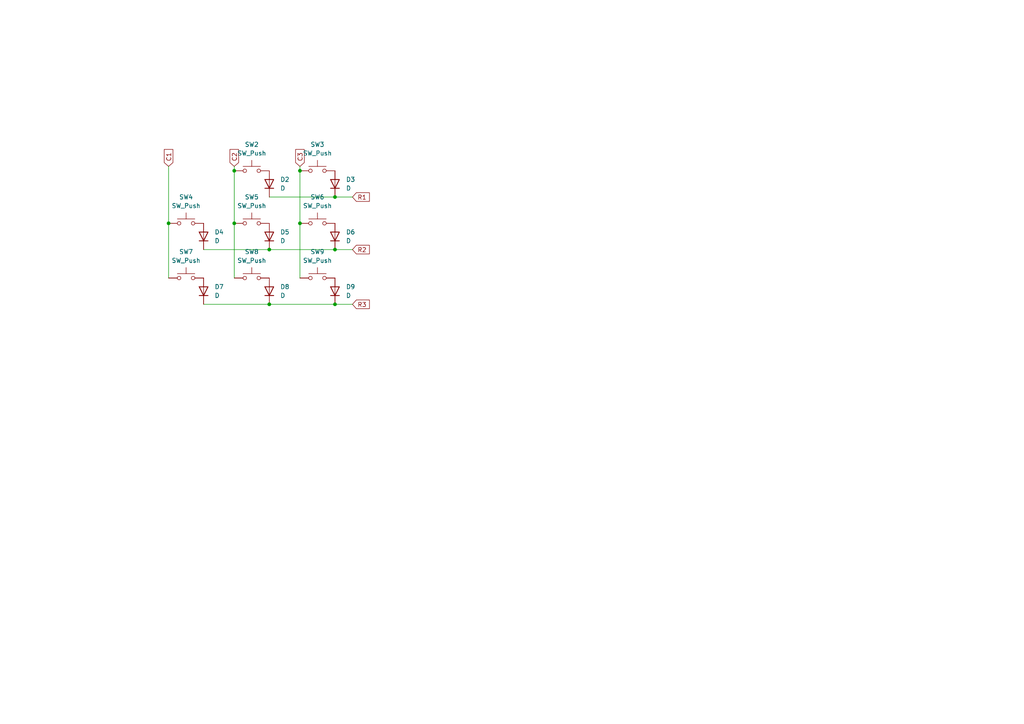
<source format=kicad_sch>
(kicad_sch (version 20230121) (generator eeschema)
  (paper "A4")
  (lib_symbols
    (symbol "Device:D" (pin_numbers hide) (pin_names (offset 1.016) hide)
      (property "Reference" "D" (at 0 2.54 0))
      (property "Value" "D" (at 0 -2.54 0))
      (symbol "D_0_1"
        (polyline (pts (xy -1.27 1.27) (xy -1.27 -1.27)) (stroke (width 0.254)))
        (polyline (pts (xy 1.27 0) (xy -1.27 0)))
        (polyline (pts (xy 1.27 1.27) (xy 1.27 -1.27) (xy -1.27 0) (xy 1.27 1.27)) (stroke (width 0.254)))
      )
      (symbol "D_1_1"
        (pin passive line (at -3.81 0 0) (length 2.54) (name "K") (number "1"))
        (pin passive line (at 3.81 0 180) (length 2.54) (name "A") (number "2"))
      )
    )
    (symbol "Switch:SW_Push" (pin_numbers hide) (pin_names (offset 1.016) hide)
      (property "Reference" "SW" (at 1.27 2.54 0))
      (property "Value" "SW_Push" (at 0 -1.524 0))
      (symbol "SW_Push_0_1"
        (circle (center -2.032 0) (radius 0.508))
        (polyline (pts (xy 0 1.27) (xy 0 3.048)))
        (polyline (pts (xy 2.54 1.27) (xy -2.54 1.27)))
        (circle (center 2.032 0) (radius 0.508))
        (pin passive line (at -5.08 0 0) (length 2.54) (name "1") (number "1"))
        (pin passive line (at 5.08 0 180) (length 2.54) (name "2") (number "2"))
      )
    )
  )
  (junction (at 86.995 49.53))
  (junction (at 97.155 72.39))
  (junction (at 78.105 72.39))
  (junction (at 67.945 49.53))
  (junction (at 86.995 64.77))
  (junction (at 48.895 64.77))
  (junction (at 97.155 57.15))
  (junction (at 78.105 88.265))
  (junction (at 97.155 88.265))
  (junction (at 67.945 64.77))
  (wire (pts (xy 48.895 64.77) (xy 48.895 80.645)))
  (wire (pts (xy 78.105 88.265) (xy 97.155 88.265)))
  (wire (pts (xy 102.235 72.39) (xy 97.155 72.39)))
  (wire (pts (xy 67.945 49.53) (xy 67.945 64.77)))
  (wire (pts (xy 67.945 48.26) (xy 67.945 49.53)))
  (wire (pts (xy 97.155 88.265) (xy 102.235 88.265)))
  (wire (pts (xy 59.055 88.265) (xy 78.105 88.265)))
  (wire (pts (xy 102.235 57.15) (xy 97.155 57.15)))
  (wire (pts (xy 86.995 49.53) (xy 86.995 64.77)))
  (wire (pts (xy 86.995 64.77) (xy 86.995 80.645)))
  (wire (pts (xy 48.895 48.26) (xy 48.895 64.77)))
  (wire (pts (xy 78.105 72.39) (xy 97.155 72.39)))
  (wire (pts (xy 67.945 64.77) (xy 67.945 80.645)))
  (wire (pts (xy 59.055 72.39) (xy 78.105 72.39)))
  (wire (pts (xy 86.995 48.26) (xy 86.995 49.53)))
  (wire (pts (xy 78.105 57.15) (xy 97.155 57.15)))
  (global_label "R1" (shape input) (at 102.235 57.15 0) (property "Intersheetrefs" "${INTERSHEET_REFS}" (effects hide)))
  (global_label "R3" (shape input) (at 102.235 88.265 0) (property "Intersheetrefs" "${INTERSHEET_REFS}" (effects hide)))
  (global_label "C2" (shape input) (at 67.945 48.26 90) (property "Intersheetrefs" "${INTERSHEET_REFS}" (effects hide)))
  (global_label "R2" (shape input) (at 102.235 72.39 0) (property "Intersheetrefs" "${INTERSHEET_REFS}" (effects hide)))
  (global_label "C1" (shape input) (at 48.895 48.26 90) (property "Intersheetrefs" "${INTERSHEET_REFS}" (effects hide)))
  (global_label "C3" (shape input) (at 86.995 48.26 90) (property "Intersheetrefs" "${INTERSHEET_REFS}" (effects hide)))
  (symbol (lib_id "Switch:SW_Push") (at 73.025 64.77 0) (unit 1)
    (property "Reference" "SW5" (at 73.025 57.15 0))
    (property "Value" "SW_Push" (at 73.025 59.69 0))
  )
  (symbol (lib_id "Switch:SW_Push") (at 73.025 49.53 0) (unit 1)
    (property "Reference" "SW2" (at 73.025 41.91 0))
    (property "Value" "SW_Push" (at 73.025 44.45 0))
  )
  (symbol (lib_id "Device:D") (at 97.155 53.34 90) (unit 1)
    (property "Reference" "D3" (at 100.33 52.07 90) (effects (justify right)))
    (property "Value" "D" (at 100.33 54.61 90) (effects (justify right)))
    (property "Sim.Device" "D" (effects hide))
    (property "Sim.Pins" "1=K 2=A" (effects hide))
  )
  (symbol (lib_id "Switch:SW_Push") (at 92.075 49.53 0) (unit 1)
    (property "Reference" "SW3" (at 92.075 41.91 0))
    (property "Value" "SW_Push" (at 92.075 44.45 0))
  )
  (symbol (lib_id "Switch:SW_Push") (at 53.975 80.645 0) (unit 1)
    (property "Reference" "SW7" (at 53.975 73.025 0))
    (property "Value" "SW_Push" (at 53.975 75.565 0))
  )
  (symbol (lib_id "Device:D") (at 78.105 53.34 90) (unit 1)
    (property "Reference" "D2" (at 81.28 52.07 90) (effects (justify right)))
    (property "Value" "D" (at 81.28 54.61 90) (effects (justify right)))
    (property "Sim.Device" "D" (effects hide))
    (property "Sim.Pins" "1=K 2=A" (effects hide))
  )
  (symbol (lib_id "Device:D") (at 97.155 84.455 90) (unit 1)
    (property "Reference" "D9" (at 100.33 83.185 90) (effects (justify right)))
    (property "Value" "D" (at 100.33 85.725 90) (effects (justify right)))
    (property "Sim.Device" "D" (effects hide))
    (property "Sim.Pins" "1=K 2=A" (effects hide))
  )
  (symbol (lib_id "Switch:SW_Push") (at 92.075 64.77 0) (unit 1)
    (property "Reference" "SW6" (at 92.075 57.15 0))
    (property "Value" "SW_Push" (at 92.075 59.69 0))
  )
  (symbol (lib_id "Device:D") (at 59.055 84.455 90) (unit 1)
    (property "Reference" "D7" (at 62.23 83.185 90) (effects (justify right)))
    (property "Value" "D" (at 62.23 85.725 90) (effects (justify right)))
    (property "Sim.Device" "D" (effects hide))
    (property "Sim.Pins" "1=K 2=A" (effects hide))
  )
  (symbol (lib_id "Device:D") (at 97.155 68.58 90) (unit 1)
    (property "Reference" "D6" (at 100.33 67.31 90) (effects (justify right)))
    (property "Value" "D" (at 100.33 69.85 90) (effects (justify right)))
    (property "Sim.Device" "D" (effects hide))
    (property "Sim.Pins" "1=K 2=A" (effects hide))
  )
  (symbol (lib_id "Device:D") (at 59.055 68.58 90) (unit 1)
    (property "Reference" "D4" (at 62.23 67.31 90) (effects (justify right)))
    (property "Value" "D" (at 62.23 69.85 90) (effects (justify right)))
    (property "Sim.Device" "D" (effects hide))
    (property "Sim.Pins" "1=K 2=A" (effects hide))
  )
  (symbol (lib_id "Device:D") (at 78.105 84.455 90) (unit 1)
    (property "Reference" "D8" (at 81.28 83.185 90) (effects (justify right)))
    (property "Value" "D" (at 81.28 85.725 90) (effects (justify right)))
    (property "Sim.Device" "D" (effects hide))
    (property "Sim.Pins" "1=K 2=A" (effects hide))
  )
  (symbol (lib_id "Switch:SW_Push") (at 73.025 80.645 0) (unit 1)
    (property "Reference" "SW8" (at 73.025 73.025 0))
    (property "Value" "SW_Push" (at 73.025 75.565 0))
  )
  (symbol (lib_id "Switch:SW_Push") (at 53.975 64.77 0) (unit 1)
    (property "Reference" "SW4" (at 53.975 57.15 0))
    (property "Value" "SW_Push" (at 53.975 59.69 0))
  )
  (symbol (lib_id "Device:D") (at 78.105 68.58 90) (unit 1)
    (property "Reference" "D5" (at 81.28 67.31 90) (effects (justify right)))
    (property "Value" "D" (at 81.28 69.85 90) (effects (justify right)))
    (property "Sim.Device" "D" (effects hide))
    (property "Sim.Pins" "1=K 2=A" (effects hide))
  )
  (symbol (lib_id "Switch:SW_Push") (at 92.075 80.645 0) (unit 1)
    (property "Reference" "SW9" (at 92.075 73.025 0))
    (property "Value" "SW_Push" (at 92.075 75.565 0))
  )
)
</source>
